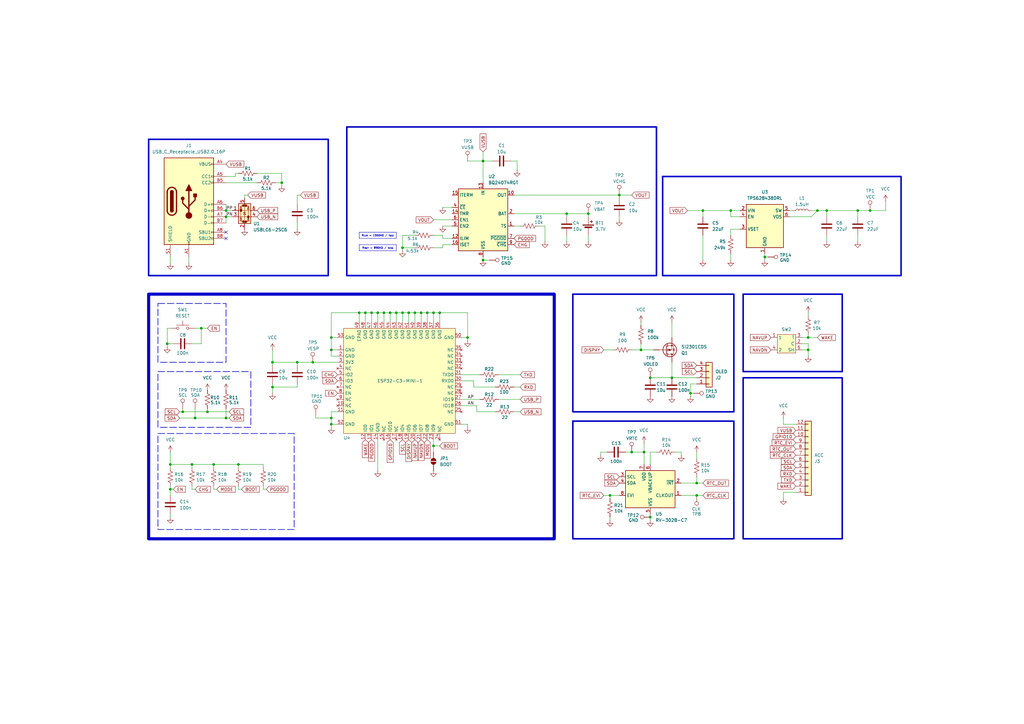
<source format=kicad_sch>
(kicad_sch (version 20250114) (generator "eeschema") (generator_version "9.0")
  (paper "A3")
  (title_block (title "uClock") (date "2026-02-21") (rev "1 v0.3") (company "Hamtronics Lab") (comment 2 "Description: Ultra-precise handheld digital clock, Powered by ESP32-C3") (comment 3 "Author: Sirio Guy"))
  (rectangle (start 304.8 120.65) (end 345.44 152.4) (stroke (width 0.635)))
  (rectangle (start 64.77 177.8) (end 120.65 217.17) (stroke (width 0.254) (type dash)))
  (rectangle (start 64.77 152.4) (end 102.87 175.26) (stroke (width 0.254) (type dash)))
  (rectangle (start 304.8 154.94) (end 345.44 220.98) (stroke (width 0.635)))
  (rectangle (start 60.96 57.15) (end 134.62 113.03) (stroke (width 0.635)))
  (rectangle (start 64.77 124.46) (end 92.71 148.59) (stroke (width 0.254) (type dash)))
  (rectangle (start 234.95 120.65) (end 300.99 168.91) (stroke (width 0.635)))
  (rectangle (start 234.95 172.72) (end 300.99 220.98) (stroke (width 0.635)))
  (rectangle (start 142.24 52.07) (end 269.24 113.03) (stroke (width 0.635)))
  (rectangle (start 271.78 72.39) (end 369.57 113.03) (stroke (width 0.635)))
  (rectangle (start 60.96 120.65) (end 227.33 220.98) (stroke (width 1.27)))
  (text_box "R_{ILIM} = 1550AΩ / I_{MAX}" (at 147.32 95.25 0) (size 15.24 2.54) (margins 0.9525 0.9525 0.9525 0.9525) (effects (font (size 0.762 0.762))))
  (text_box "R_{ISET} = 890AΩ / I_{CHG}" (at 147.32 100.33 0) (size 15.24 2.54) (margins 0.9525 0.9525 0.9525 0.9525) (effects (font (size 0.762 0.762))))
  (junction (at 68.58 140.97))
  (junction (at 128.27 148.59))
  (junction (at 266.7 212.09))
  (junction (at 69.85 200.66))
  (junction (at 299.72 86.36))
  (junction (at 288.29 86.36))
  (junction (at 135.89 171.45))
  (junction (at 198.12 106.68))
  (junction (at 135.89 173.99))
  (junction (at 92.71 86.36))
  (junction (at 250.19 203.2))
  (junction (at 160.02 128.27))
  (junction (at 87.63 190.5))
  (junction (at 264.16 185.42))
  (junction (at 111.76 148.59))
  (junction (at 313.69 105.41))
  (junction (at 157.48 128.27))
  (junction (at 266.7 154.94))
  (junction (at 80.01 171.45))
  (junction (at 165.1 128.27))
  (junction (at 149.86 128.27))
  (junction (at 198.12 66.04))
  (junction (at 241.3 87.63))
  (junction (at 285.75 198.12))
  (junction (at 135.89 143.51))
  (junction (at 154.94 128.27))
  (junction (at 92.71 171.45))
  (junction (at 167.64 128.27))
  (junction (at 147.32 128.27))
  (junction (at 191.77 138.43))
  (junction (at 170.18 128.27))
  (junction (at 152.4 128.27))
  (junction (at 69.85 190.5))
  (junction (at 115.57 74.93))
  (junction (at 262.89 143.51))
  (junction (at 175.26 128.27))
  (junction (at 351.79 86.36))
  (junction (at 121.92 148.59))
  (junction (at 74.93 168.91))
  (junction (at 283.21 161.29))
  (junction (at 285.75 203.2))
  (junction (at 180.34 128.27))
  (junction (at 135.89 138.43))
  (junction (at 339.09 86.36))
  (junction (at 172.72 128.27))
  (junction (at 177.8 182.88))
  (junction (at 177.8 128.27))
  (junction (at 335.28 86.36))
  (junction (at 165.1 101.6))
  (junction (at 85.09 168.91))
  (junction (at 254 80.01))
  (junction (at 97.79 190.5))
  (junction (at 82.55 134.62))
  (junction (at 331.47 143.51))
  (junction (at 331.47 138.43))
  (junction (at 162.56 128.27))
  (junction (at 356.87 86.36))
  (junction (at 111.76 158.75))
  (junction (at 232.41 87.63))
  (junction (at 259.08 185.42))
  (junction (at 78.74 190.5))
  (junction (at 275.59 154.94))
  (junction (at 92.71 88.9))
  (no_connect (at 92.71 97.79))
  (no_connect (at 92.71 95.25))
  (wire (pts (xy 198.12 106.68) (xy 200.66 106.68)))
  (wire (pts (xy 254 81.28) (xy 254 80.01)))
  (wire (pts (xy 135.89 146.05) (xy 138.43 146.05)))
  (wire (pts (xy 259.08 80.01) (xy 254 80.01)))
  (wire (pts (xy 323.85 88.9) (xy 332.74 88.9)))
  (wire (pts (xy 160.02 128.27) (xy 162.56 128.27)))
  (wire (pts (xy 288.29 203.2) (xy 285.75 203.2)))
  (wire (pts (xy 177.8 185.42) (xy 177.8 182.88)))
  (wire (pts (xy 154.94 193.04) (xy 154.94 180.34)))
  (wire (pts (xy 121.92 93.98) (xy 121.92 91.44)))
  (wire (pts (xy 194.31 156.21) (xy 189.23 156.21)))
  (wire (pts (xy 210.82 92.71) (xy 213.36 92.71)))
  (wire (pts (xy 339.09 86.36) (xy 351.79 86.36)))
  (wire (pts (xy 285.75 198.12) (xy 288.29 198.12)))
  (wire (pts (xy 165.1 128.27) (xy 167.64 128.27)))
  (wire (pts (xy 78.74 200.66) (xy 80.01 200.66)))
  (wire (pts (xy 177.8 90.17) (xy 185.42 90.17)))
  (wire (pts (xy 264.16 190.5) (xy 264.16 185.42)))
  (wire (pts (xy 279.4 185.42) (xy 279.4 186.69)))
  (wire (pts (xy 283.21 162.56) (xy 283.21 161.29)))
  (wire (pts (xy 167.64 128.27) (xy 170.18 128.27)))
  (wire (pts (xy 213.36 163.83) (xy 204.47 163.83)))
  (wire (pts (xy 73.66 168.91) (xy 74.93 168.91)))
  (wire (pts (xy 266.7 190.5) (xy 266.7 185.42)))
  (wire (pts (xy 135.89 171.45) (xy 135.89 173.99)))
  (wire (pts (xy 328.93 138.43) (xy 331.47 138.43)))
  (wire (pts (xy 363.22 86.36) (xy 363.22 82.55)))
  (wire (pts (xy 250.19 203.2) (xy 254 203.2)))
  (wire (pts (xy 250.19 213.36) (xy 250.19 212.09)))
  (wire (pts (xy 275.59 132.08) (xy 275.59 138.43)))
  (wire (pts (xy 264.16 185.42) (xy 259.08 185.42)))
  (wire (pts (xy 283.21 161.29) (xy 283.21 157.48)))
  (wire (pts (xy 121.92 80.01) (xy 123.19 80.01)))
  (wire (pts (xy 97.79 200.66) (xy 99.06 200.66)))
  (wire (pts (xy 78.74 199.39) (xy 78.74 200.66)))
  (wire (pts (xy 303.53 88.9) (xy 299.72 88.9)))
  (wire (pts (xy 71.12 200.66) (xy 69.85 200.66)))
  (wire (pts (xy 97.79 190.5) (xy 97.79 191.77)))
  (wire (pts (xy 68.58 134.62) (xy 68.58 140.97)))
  (wire (pts (xy 135.89 143.51) (xy 138.43 143.51)))
  (wire (pts (xy 288.29 86.36) (xy 288.29 88.9)))
  (wire (pts (xy 246.38 186.69) (xy 246.38 185.42)))
  (wire (pts (xy 92.71 171.45) (xy 93.98 171.45)))
  (wire (pts (xy 262.89 132.08) (xy 262.89 133.35)))
  (wire (pts (xy 212.09 69.85) (xy 212.09 66.04)))
  (wire (pts (xy 111.76 149.86) (xy 111.76 148.59)))
  (wire (pts (xy 111.76 161.29) (xy 111.76 158.75)))
  (wire (pts (xy 331.47 129.54) (xy 331.47 128.27)))
  (wire (pts (xy 210.82 168.91) (xy 213.36 168.91)))
  (wire (pts (xy 259.08 143.51) (xy 262.89 143.51)))
  (wire (pts (xy 279.4 198.12) (xy 285.75 198.12)))
  (wire (pts (xy 356.87 86.36) (xy 363.22 86.36)))
  (wire (pts (xy 210.82 87.63) (xy 232.41 87.63)))
  (wire (pts (xy 299.72 88.9) (xy 299.72 86.36)))
  (wire (pts (xy 254 88.9) (xy 254 90.17)))
  (wire (pts (xy 80.01 171.45) (xy 92.71 171.45)))
  (wire (pts (xy 107.95 190.5) (xy 107.95 191.77)))
  (wire (pts (xy 113.03 74.93) (xy 115.57 74.93)))
  (wire (pts (xy 299.72 86.36) (xy 288.29 86.36)))
  (wire (pts (xy 74.93 167.64) (xy 74.93 168.91)))
  (wire (pts (xy 314.96 105.41) (xy 313.69 105.41)))
  (wire (pts (xy 175.26 128.27) (xy 175.26 132.08)))
  (wire (pts (xy 80.01 134.62) (xy 82.55 134.62)))
  (wire (pts (xy 95.25 88.9) (xy 92.71 88.9)))
  (wire (pts (xy 299.72 106.68) (xy 299.72 104.14)))
  (wire (pts (xy 331.47 138.43) (xy 335.28 138.43)))
  (wire (pts (xy 165.1 102.87) (xy 165.1 101.6)))
  (wire (pts (xy 69.85 185.42) (xy 69.85 190.5)))
  (wire (pts (xy 170.18 128.27) (xy 170.18 132.08)))
  (wire (pts (xy 147.32 128.27) (xy 147.32 132.08)))
  (wire (pts (xy 135.89 143.51) (xy 135.89 138.43)))
  (wire (pts (xy 129.54 170.18) (xy 129.54 171.45)))
  (wire (pts (xy 69.85 190.5) (xy 78.74 190.5)))
  (wire (pts (xy 175.26 128.27) (xy 177.8 128.27)))
  (wire (pts (xy 78.74 190.5) (xy 78.74 191.77)))
  (wire (pts (xy 129.54 171.45) (xy 135.89 171.45)))
  (wire (pts (xy 80.01 167.64) (xy 80.01 171.45)))
  (wire (pts (xy 95.25 86.36) (xy 92.71 86.36)))
  (wire (pts (xy 180.34 128.27) (xy 180.34 132.08)))
  (wire (pts (xy 135.89 168.91) (xy 135.89 171.45)))
  (wire (pts (xy 321.31 204.47) (xy 321.31 201.93)))
  (wire (pts (xy 351.79 86.36) (xy 356.87 86.36)))
  (wire (pts (xy 157.48 128.27) (xy 160.02 128.27)))
  (wire (pts (xy 321.31 173.99) (xy 326.39 173.99)))
  (wire (pts (xy 121.92 158.75) (xy 111.76 158.75)))
  (wire (pts (xy 285.75 203.2) (xy 279.4 203.2)))
  (wire (pts (xy 203.2 158.75) (xy 194.31 158.75)))
  (wire (pts (xy 115.57 74.93) (xy 115.57 76.2)))
  (wire (pts (xy 250.19 204.47) (xy 250.19 203.2)))
  (wire (pts (xy 160.02 128.27) (xy 160.02 132.08)))
  (wire (pts (xy 275.59 148.59) (xy 275.59 154.94)))
  (wire (pts (xy 210.82 80.01) (xy 254 80.01)))
  (wire (pts (xy 185.42 85.09) (xy 181.61 85.09)))
  (wire (pts (xy 276.86 185.42) (xy 279.4 185.42)))
  (wire (pts (xy 147.32 128.27) (xy 149.86 128.27)))
  (wire (pts (xy 135.89 173.99) (xy 138.43 173.99)))
  (wire (pts (xy 100.33 81.28) (xy 100.33 80.01)))
  (wire (pts (xy 232.41 87.63) (xy 232.41 88.9)))
  (wire (pts (xy 339.09 86.36) (xy 339.09 88.9)))
  (wire (pts (xy 121.92 149.86) (xy 121.92 148.59)))
  (wire (pts (xy 303.53 86.36) (xy 299.72 86.36)))
  (wire (pts (xy 87.63 190.5) (xy 97.79 190.5)))
  (wire (pts (xy 107.95 200.66) (xy 107.95 199.39)))
  (wire (pts (xy 154.94 128.27) (xy 157.48 128.27)))
  (wire (pts (xy 191.77 138.43) (xy 191.77 128.27)))
  (wire (pts (xy 97.79 190.5) (xy 107.95 190.5)))
  (wire (pts (xy 69.85 199.39) (xy 69.85 200.66)))
  (wire (pts (xy 111.76 158.75) (xy 111.76 157.48)))
  (wire (pts (xy 111.76 143.51) (xy 111.76 148.59)))
  (wire (pts (xy 328.93 143.51) (xy 331.47 143.51)))
  (wire (pts (xy 191.77 175.26) (xy 191.77 173.99)))
  (wire (pts (xy 105.41 71.12) (xy 115.57 71.12)))
  (wire (pts (xy 128.27 148.59) (xy 138.43 148.59)))
  (wire (pts (xy 92.71 88.9) (xy 92.71 91.44)))
  (wire (pts (xy 321.31 201.93) (xy 326.39 201.93)))
  (wire (pts (xy 247.65 143.51) (xy 251.46 143.51)))
  (wire (pts (xy 172.72 128.27) (xy 172.72 132.08)))
  (wire (pts (xy 177.8 96.52) (xy 181.61 96.52)))
  (wire (pts (xy 191.77 138.43) (xy 189.23 138.43)))
  (wire (pts (xy 121.92 148.59) (xy 128.27 148.59)))
  (wire (pts (xy 313.69 106.68) (xy 313.69 105.41)))
  (wire (pts (xy 177.8 182.88) (xy 177.8 180.34)))
  (wire (pts (xy 241.3 87.63) (xy 241.3 88.9)))
  (wire (pts (xy 162.56 128.27) (xy 165.1 128.27)))
  (wire (pts (xy 331.47 146.05) (xy 331.47 143.51)))
  (wire (pts (xy 172.72 128.27) (xy 175.26 128.27)))
  (wire (pts (xy 181.61 92.71) (xy 185.42 92.71)))
  (wire (pts (xy 177.8 128.27) (xy 180.34 128.27)))
  (wire (pts (xy 313.69 105.41) (xy 313.69 104.14)))
  (wire (pts (xy 78.74 140.97) (xy 82.55 140.97)))
  (wire (pts (xy 325.12 86.36) (xy 323.85 86.36)))
  (wire (pts (xy 111.76 148.59) (xy 121.92 148.59)))
  (wire (pts (xy 266.7 213.36) (xy 266.7 212.09)))
  (wire (pts (xy 135.89 138.43) (xy 135.89 128.27)))
  (wire (pts (xy 152.4 128.27) (xy 154.94 128.27)))
  (wire (pts (xy 177.8 101.6) (xy 181.61 101.6)))
  (wire (pts (xy 351.79 86.36) (xy 351.79 88.9)))
  (wire (pts (xy 331.47 143.51) (xy 331.47 140.97)))
  (wire (pts (xy 275.59 154.94) (xy 285.75 154.94)))
  (wire (pts (xy 154.94 128.27) (xy 154.94 132.08)))
  (wire (pts (xy 170.18 128.27) (xy 172.72 128.27)))
  (wire (pts (xy 331.47 138.43) (xy 331.47 137.16)))
  (wire (pts (xy 247.65 203.2) (xy 250.19 203.2)))
  (wire (pts (xy 177.8 128.27) (xy 177.8 132.08)))
  (wire (pts (xy 69.85 105.41) (xy 69.85 107.95)))
  (wire (pts (xy 165.1 101.6) (xy 170.18 101.6)))
  (wire (pts (xy 351.79 99.06) (xy 351.79 96.52)))
  (wire (pts (xy 264.16 181.61) (xy 264.16 185.42)))
  (wire (pts (xy 285.75 198.12) (xy 285.75 195.58)))
  (wire (pts (xy 85.09 167.64) (xy 85.09 168.91)))
  (wire (pts (xy 181.61 100.33) (xy 185.42 100.33)))
  (wire (pts (xy 73.66 171.45) (xy 80.01 171.45)))
  (wire (pts (xy 135.89 168.91) (xy 138.43 168.91)))
  (wire (pts (xy 180.34 182.88) (xy 177.8 182.88)))
  (wire (pts (xy 266.7 212.09) (xy 266.7 210.82)))
  (wire (pts (xy 198.12 66.04) (xy 201.93 66.04)))
  (wire (pts (xy 259.08 185.42) (xy 256.54 185.42)))
  (wire (pts (xy 97.79 200.66) (xy 97.79 199.39)))
  (wire (pts (xy 167.64 128.27) (xy 167.64 132.08)))
  (wire (pts (xy 181.61 101.6) (xy 181.61 100.33)))
  (wire (pts (xy 232.41 96.52) (xy 232.41 99.06)))
  (wire (pts (xy 246.38 185.42) (xy 248.92 185.42)))
  (wire (pts (xy 121.92 80.01) (xy 121.92 83.82)))
  (wire (pts (xy 85.09 134.62) (xy 82.55 134.62)))
  (wire (pts (xy 68.58 134.62) (xy 69.85 134.62)))
  (wire (pts (xy 198.12 62.23) (xy 198.12 66.04)))
  (wire (pts (xy 198.12 106.68) (xy 198.12 105.41)))
  (wire (pts (xy 149.86 128.27) (xy 149.86 132.08)))
  (wire (pts (xy 87.63 200.66) (xy 87.63 199.39)))
  (wire (pts (xy 181.61 96.52) (xy 181.61 97.79)))
  (wire (pts (xy 135.89 173.99) (xy 135.89 175.26)))
  (wire (pts (xy 191.77 66.04) (xy 198.12 66.04)))
  (wire (pts (xy 135.89 138.43) (xy 138.43 138.43)))
  (wire (pts (xy 92.71 167.64) (xy 92.71 171.45)))
  (wire (pts (xy 85.09 168.91) (xy 93.98 168.91)))
  (wire (pts (xy 288.29 106.68) (xy 288.29 96.52)))
  (wire (pts (xy 223.52 92.71) (xy 223.52 99.06)))
  (wire (pts (xy 220.98 92.71) (xy 223.52 92.71)))
  (wire (pts (xy 198.12 74.93) (xy 198.12 66.04)))
  (wire (pts (xy 69.85 200.66) (xy 69.85 203.2)))
  (wire (pts (xy 92.71 83.82) (xy 92.71 86.36)))
  (wire (pts (xy 74.93 168.91) (xy 85.09 168.91)))
  (wire (pts (xy 241.3 99.06) (xy 241.3 96.52)))
  (wire (pts (xy 191.77 139.7) (xy 191.77 138.43)))
  (wire (pts (xy 285.75 185.42) (xy 285.75 187.96)))
  (wire (pts (xy 266.7 185.42) (xy 269.24 185.42)))
  (wire (pts (xy 191.77 128.27) (xy 180.34 128.27)))
  (wire (pts (xy 121.92 157.48) (xy 121.92 158.75)))
  (wire (pts (xy 162.56 128.27) (xy 162.56 132.08)))
  (wire (pts (xy 281.94 86.36) (xy 288.29 86.36)))
  (wire (pts (xy 96.52 71.12) (xy 97.79 71.12)))
  (wire (pts (xy 196.85 153.67) (xy 189.23 153.67)))
  (wire (pts (xy 210.82 158.75) (xy 213.36 158.75)))
  (wire (pts (xy 135.89 146.05) (xy 135.89 143.51)))
  (wire (pts (xy 196.85 163.83) (xy 189.23 163.83)))
  (wire (pts (xy 170.18 96.52) (xy 165.1 96.52)))
  (wire (pts (xy 149.86 128.27) (xy 152.4 128.27)))
  (wire (pts (xy 165.1 128.27) (xy 165.1 132.08)))
  (wire (pts (xy 135.89 128.27) (xy 147.32 128.27)))
  (wire (pts (xy 213.36 153.67) (xy 204.47 153.67)))
  (wire (pts (xy 332.74 86.36) (xy 335.28 86.36)))
  (wire (pts (xy 107.95 200.66) (xy 109.22 200.66)))
  (wire (pts (xy 181.61 97.79) (xy 185.42 97.79)))
  (wire (pts (xy 283.21 157.48) (xy 285.75 157.48)))
  (wire (pts (xy 87.63 190.5) (xy 87.63 191.77)))
  (wire (pts (xy 77.47 105.41) (xy 77.47 107.95)))
  (wire (pts (xy 203.2 168.91) (xy 195.58 168.91)))
  (wire (pts (xy 165.1 96.52) (xy 165.1 101.6)))
  (wire (pts (xy 195.58 166.37) (xy 189.23 166.37)))
  (wire (pts (xy 115.57 71.12) (xy 115.57 74.93)))
  (wire (pts (xy 299.72 93.98) (xy 303.53 93.98)))
  (wire (pts (xy 87.63 200.66) (xy 88.9 200.66)))
  (wire (pts (xy 232.41 87.63) (xy 241.3 87.63)))
  (wire (pts (xy 212.09 66.04) (xy 209.55 66.04)))
  (wire (pts (xy 335.28 86.36) (xy 339.09 86.36)))
  (wire (pts (xy 96.52 71.12) (xy 96.52 72.39)))
  (wire (pts (xy 69.85 190.5) (xy 69.85 191.77)))
  (wire (pts (xy 262.89 140.97) (xy 262.89 143.51)))
  (wire (pts (xy 266.7 154.94) (xy 275.59 154.94)))
  (wire (pts (xy 68.58 140.97) (xy 71.12 140.97)))
  (wire (pts (xy 262.89 143.51) (xy 267.97 143.51)))
  (wire (pts (xy 339.09 99.06) (xy 339.09 96.52)))
  (wire (pts (xy 152.4 128.27) (xy 152.4 132.08)))
  (wire (pts (xy 92.71 74.93) (xy 105.41 74.93)))
  (wire (pts (xy 69.85 210.82) (xy 69.85 212.09)))
  (wire (pts (xy 332.74 88.9) (xy 335.28 86.36)))
  (wire (pts (xy 194.31 158.75) (xy 194.31 156.21)))
  (wire (pts (xy 78.74 190.5) (xy 87.63 190.5)))
  (wire (pts (xy 157.48 128.27) (xy 157.48 132.08)))
  (wire (pts (xy 321.31 171.45) (xy 321.31 173.99)))
  (wire (pts (xy 195.58 168.91) (xy 195.58 166.37)))
  (wire (pts (xy 68.58 142.24) (xy 68.58 140.97)))
  (wire (pts (xy 82.55 140.97) (xy 82.55 134.62)))
  (wire (pts (xy 100.33 80.01) (xy 101.6 80.01)))
  (wire (pts (xy 284.48 161.29) (xy 283.21 161.29)))
  (wire (pts (xy 96.52 72.39) (xy 92.71 72.39)))
  (wire (pts (xy 191.77 173.99) (xy 189.23 173.99)))
  (wire (pts (xy 299.72 96.52) (xy 299.72 93.98)))
  (wire (pts (xy 328.93 140.97) (xy 331.47 140.97)))
  (label "AN" (at 191.77 166.37 0))
  (label "AP" (at 191.77 163.83 0))
  (label "PP" (at 92.71 86.36 0))
  (label "PN" (at 92.71 88.9 0))
  (global_label "VOUT" (shape input) (at 281.94 86.36 180) (property "Intersheetrefs" "${INTERSHEET_REFS}" (effects (hide yes))))
  (global_label "RTC_EVI" (shape input) (at 326.39 181.61 180) (property "Intersheetrefs" "${INTERSHEET_REFS}" (effects (hide yes))))
  (global_label "SDA" (shape input) (at 326.39 191.77 180) (property "Intersheetrefs" "${INTERSHEET_REFS}" (effects (hide yes))))
  (global_label "VUSB" (shape input) (at 123.19 80.01 0) (property "Intersheetrefs" "${INTERSHEET_REFS}" (effects (hide yes))))
  (global_label "WAKE" (shape input) (at 149.86 180.34 270) (property "Intersheetrefs" "${INTERSHEET_REFS}" (effects (hide yes))))
  (global_label "PGOOD" (shape input) (at 109.22 200.66 0) (property "Intersheetrefs" "${INTERSHEET_REFS}" (effects (hide yes))))
  (global_label "SCL" (shape input) (at 254 195.58 180) (property "Intersheetrefs" "${INTERSHEET_REFS}" (effects (hide yes))))
  (global_label "GPIO10" (shape input) (at 160.02 180.34 270) (property "Intersheetrefs" "${INTERSHEET_REFS}" (effects (hide yes))))
  (global_label "RTC_EVI" (shape input) (at 247.65 203.2 180) (property "Intersheetrefs" "${INTERSHEET_REFS}" (effects (hide yes))))
  (global_label "VUSB" (shape input) (at 92.71 67.31 0) (property "Intersheetrefs" "${INTERSHEET_REFS}" (effects (hide yes))))
  (global_label "PGOOD" (shape input) (at 210.82 97.79 0) (property "Intersheetrefs" "${INTERSHEET_REFS}" (effects (hide yes))))
  (global_label "TXD" (shape input) (at 213.36 153.67 0) (property "Intersheetrefs" "${INTERSHEET_REFS}" (effects (hide yes))))
  (global_label "USB_N" (shape input) (at 213.36 168.91 0) (property "Intersheetrefs" "${INTERSHEET_REFS}" (effects (hide yes))))
  (global_label "RTC_CLK" (shape input) (at 326.39 186.69 180) (property "Intersheetrefs" "${INTERSHEET_REFS}" (effects (hide yes))))
  (global_label "VUSB" (shape input) (at 101.6 80.01 0) (property "Intersheetrefs" "${INTERSHEET_REFS}" (effects (hide yes))))
  (global_label "WAKE" (shape input) (at 335.28 138.43 0) (property "Intersheetrefs" "${INTERSHEET_REFS}" (effects (hide yes))))
  (global_label "NAVUP" (shape input) (at 170.18 180.34 270) (property "Intersheetrefs" "${INTERSHEET_REFS}" (effects (hide yes))))
  (global_label "SCL" (shape input) (at 93.98 168.91 0) (property "Intersheetrefs" "${INTERSHEET_REFS}" (effects (hide yes))))
  (global_label "WAKE" (shape input) (at 326.39 199.39 180) (property "Intersheetrefs" "${INTERSHEET_REFS}" (effects (hide yes))))
  (global_label "DISPAY" (shape input) (at 247.65 143.51 180) (property "Intersheetrefs" "${INTERSHEET_REFS}" (effects (hide yes))))
  (global_label "RTC_OUT" (shape input) (at 288.29 198.12 0) (property "Intersheetrefs" "${INTERSHEET_REFS}" (effects (hide yes))))
  (global_label "SDA" (shape input) (at 138.43 156.21 180) (property "Intersheetrefs" "${INTERSHEET_REFS}" (effects (hide yes))))
  (global_label "VOUT" (shape input) (at 177.8 90.17 180) (property "Intersheetrefs" "${INTERSHEET_REFS}" (effects (hide yes))))
  (global_label "USB_P" (shape input) (at 105.41 86.36 0) (property "Intersheetrefs" "${INTERSHEET_REFS}" (effects (hide yes))))
  (global_label "SCL" (shape input) (at 165.1 180.34 270) (property "Intersheetrefs" "${INTERSHEET_REFS}" (effects (hide yes))))
  (global_label "USB_P" (shape input) (at 213.36 163.83 0) (property "Intersheetrefs" "${INTERSHEET_REFS}" (effects (hide yes))))
  (global_label "CHG" (shape input) (at 138.43 153.67 180) (property "Intersheetrefs" "${INTERSHEET_REFS}" (effects (hide yes))))
  (global_label "PGOOD" (shape input) (at 152.4 180.34 270) (property "Intersheetrefs" "${INTERSHEET_REFS}" (effects (hide yes))))
  (global_label "SCL" (shape input) (at 73.66 168.91 180) (property "Intersheetrefs" "${INTERSHEET_REFS}" (effects (hide yes))))
  (global_label "SCL" (shape input) (at 285.75 152.4 180) (property "Intersheetrefs" "${INTERSHEET_REFS}" (effects (hide yes))))
  (global_label "EN" (shape input) (at 71.12 200.66 0) (property "Intersheetrefs" "${INTERSHEET_REFS}" (effects (hide yes))))
  (global_label "SDA" (shape input) (at 254 198.12 180) (property "Intersheetrefs" "${INTERSHEET_REFS}" (effects (hide yes))))
  (global_label "MODE" (shape input) (at 88.9 200.66 0) (property "Intersheetrefs" "${INTERSHEET_REFS}" (effects (hide yes))))
  (global_label "BOOT" (shape input) (at 180.34 182.88 0) (property "Intersheetrefs" "${INTERSHEET_REFS}" (effects (hide yes))))
  (global_label "VOUT" (shape input) (at 259.08 80.01 0) (property "Intersheetrefs" "${INTERSHEET_REFS}" (effects (hide yes))))
  (global_label "EN" (shape input) (at 85.09 134.62 0) (property "Intersheetrefs" "${INTERSHEET_REFS}" (effects (hide yes))))
  (global_label "GPIO10" (shape input) (at 326.39 179.07 180) (property "Intersheetrefs" "${INTERSHEET_REFS}" (effects (hide yes))))
  (global_label "NAVDN" (shape input) (at 172.72 180.34 270) (property "Intersheetrefs" "${INTERSHEET_REFS}" (effects (hide yes))))
  (global_label "RXD" (shape input) (at 326.39 194.31 180) (property "Intersheetrefs" "${INTERSHEET_REFS}" (effects (hide yes))))
  (global_label "USB_N" (shape input) (at 105.41 88.9 0) (property "Intersheetrefs" "${INTERSHEET_REFS}" (effects (hide yes))))
  (global_label "MODE" (shape input) (at 175.26 180.34 270) (property "Intersheetrefs" "${INTERSHEET_REFS}" (effects (hide yes))))
  (global_label "TXD" (shape input) (at 326.39 196.85 180) (property "Intersheetrefs" "${INTERSHEET_REFS}" (effects (hide yes))))
  (global_label "RTC_OUT" (shape input) (at 326.39 184.15 180) (property "Intersheetrefs" "${INTERSHEET_REFS}" (effects (hide yes))))
  (global_label "RXD" (shape input) (at 213.36 158.75 0) (property "Intersheetrefs" "${INTERSHEET_REFS}" (effects (hide yes))))
  (global_label "SCL" (shape input) (at 326.39 189.23 180) (property "Intersheetrefs" "${INTERSHEET_REFS}" (effects (hide yes))))
  (global_label "CHG" (shape input) (at 210.82 100.33 0) (property "Intersheetrefs" "${INTERSHEET_REFS}" (effects (hide yes))))
  (global_label "SDA" (shape input) (at 73.66 171.45 180) (property "Intersheetrefs" "${INTERSHEET_REFS}" (effects (hide yes))))
  (global_label "NAVDN" (shape input) (at 316.23 143.51 180) (property "Intersheetrefs" "${INTERSHEET_REFS}" (effects (hide yes))))
  (global_label "NAVUP" (shape input) (at 316.23 138.43 180) (property "Intersheetrefs" "${INTERSHEET_REFS}" (effects (hide yes))))
  (global_label "RTC_CLK" (shape input) (at 288.29 203.2 0) (property "Intersheetrefs" "${INTERSHEET_REFS}" (effects (hide yes))))
  (global_label "SDA" (shape input) (at 285.75 149.86 180) (property "Intersheetrefs" "${INTERSHEET_REFS}" (effects (hide yes))))
  (global_label "EN" (shape input) (at 138.43 161.29 180) (property "Intersheetrefs" "${INTERSHEET_REFS}" (effects (hide yes))))
  (global_label "BOOT" (shape input) (at 99.06 200.66 0) (property "Intersheetrefs" "${INTERSHEET_REFS}" (effects (hide yes))))
  (global_label "VUSB" (shape input) (at 198.12 62.23 90) (property "Intersheetrefs" "${INTERSHEET_REFS}" (effects (hide yes))))
  (global_label "SDA" (shape input) (at 93.98 171.45 0) (property "Intersheetrefs" "${INTERSHEET_REFS}" (effects (hide yes))))
  (global_label "CHG" (shape input) (at 80.01 200.66 0) (property "Intersheetrefs" "${INTERSHEET_REFS}" (effects (hide yes))))
  (global_label "VUSB" (shape input) (at 326.39 176.53 180) (property "Intersheetrefs" "${INTERSHEET_REFS}" (effects (hide yes))))
  (global_label "DISPAY" (shape input) (at 167.64 180.34 270) (property "Intersheetrefs" "${INTERSHEET_REFS}" (effects (hide yes))))
  (symbol (lib_id "power:GND") (at 266.7 213.36 0) (unit 1)
    (property "Reference" "#PWR045" (effects (hide yes)))
    (property "Value" "GND" (effects (hide yes)))
    (property "Description" "Power symbol creates a global label with name \"GND\" , ground" (effects (hide yes)))
  )
  (symbol (lib_id "Device:C") (at 351.79 92.71 0) (unit 1)
    (property "Reference" "C7" (at 355.6 91.4399 0) (effects (justify left)))
    (property "Value" "22uF" (at 355.6 93.9799 0) (effects (justify left)))
    (property "Footprint" "Capacitor_SMD:C_0805_2012Metric" (effects (hide yes)))
    (property "Description" "Unpolarized capacitor" (effects (hide yes)))
    (property "LCSC" "C907991" (effects (hide yes)))
  )
  (symbol (lib_id "power:GND") (at 223.52 99.06 0) (unit 1)
    (property "Reference" "#PWR09" (effects (hide yes)))
    (property "Value" "GND" (effects (hide yes)))
    (property "Description" "Power symbol creates a global label with name \"GND\" , ground" (effects (hide yes)))
  )
  (symbol (lib_id "power:VCC") (at 111.76 143.51 0) (unit 1)
    (property "Reference" "#PWR026" (effects (hide yes)))
    (property "Value" "VCC" (at 111.76 138.43 0))
    (property "Description" "Power symbol creates a global label with name \"VCC\"" (effects (hide yes)))
  )
  (symbol (lib_id "power:GND") (at 177.8 193.04 0) (unit 1)
    (property "Reference" "#PWR042" (effects (hide yes)))
    (property "Value" "GND" (effects (hide yes)))
    (property "Description" "Power symbol creates a global label with name \"GND\" , ground" (effects (hide yes)))
  )
  (symbol (lib_id "Connector:TestPoint") (at 241.3 87.63 0) (unit 1)
    (property "Reference" "TP4" (at 243.84 83.312 0) (effects (justify left)))
    (property "Value" "VBAT" (at 243.586 85.852 0) (effects (justify left)))
    (property "Footprint" "TestPoint:TestPoint_Pad_D1.0mm" (effects (hide yes)))
    (property "Description" "test point" (effects (hide yes)))
  )
  (symbol (lib_id "Device:C") (at 69.85 207.01 0) (unit 1)
    (property "Reference" "C14" (at 73.66 205.7399 0) (effects (justify left)))
    (property "Value" "100n" (at 73.66 208.2799 0) (effects (justify left)))
    (property "Footprint" "Capacitor_SMD:C_0603_1608Metric" (effects (hide yes)))
    (property "Description" "Unpolarized capacitor" (effects (hide yes)))
    (property "LCSC" "C14663" (effects (hide yes)))
  )
  (symbol (lib_id "power:GND") (at 68.58 142.24 0) (unit 1)
    (property "Reference" "#PWR025" (effects (hide yes)))
    (property "Value" "GND" (effects (hide yes)))
    (property "Description" "Power symbol creates a global label with name \"GND\" , ground" (effects (hide yes)))
  )
  (symbol (lib_id "Device:R_US") (at 200.66 163.83 90) (unit 1)
    (property "Reference" "R12" (at 200.66 161.798 90))
    (property "Value" "22" (at 200.66 166.116 90))
    (property "Footprint" "Resistor_SMD:R_0603_1608Metric" (effects (hide yes)))
    (property "Description" "Resistor, US symbol" (effects (hide yes)))
    (property "LCSC" "C23345" (effects (hide yes)))
  )
  (symbol (lib_id "power:VCC") (at 69.85 185.42 0) (unit 1)
    (property "Reference" "#PWR037" (effects (hide yes)))
    (property "Value" "VCC" (at 69.85 180.34 0))
    (property "Description" "Power symbol creates a global label with name \"VCC\"" (effects (hide yes)))
  )
  (symbol (lib_id "Device:R_US") (at 173.99 101.6 90) (unit 1)
    (property "Reference" "R6" (at 170.434 100.33 90))
    (property "Value" "4.53k" (at 169.164 102.87 90))
    (property "Footprint" "Resistor_SMD:R_0603_1608Metric" (effects (hide yes)))
    (property "Description" "Resistor, US symbol" (effects (hide yes)))
    (property "LCSC" "C25971" (effects (hide yes)))
  )
  (symbol (lib_id "Device:C") (at 232.41 92.71 0) (unit 1)
    (property "Reference" "C4" (at 234.95 91.44 0) (effects (justify left)))
    (property "Value" "10u" (at 234.95 93.98 0) (effects (justify left)))
    (property "Footprint" "Capacitor_SMD:C_0603_1608Metric" (effects (hide yes)))
    (property "Description" "Unpolarized capacitor" (effects (hide yes)))
    (property "LCSC" "C19702" (effects (hide yes)))
  )
  (symbol (lib_id "Device:R_US") (at 109.22 74.93 90) (unit 1)
    (property "Reference" "R2" (at 109.22 72.898 90))
    (property "Value" "5.1k" (at 109.22 77.216 90))
    (property "Footprint" "Resistor_SMD:R_0603_1608Metric" (effects (hide yes)))
    (property "Description" "Resistor, US symbol" (effects (hide yes)))
    (property "LCSC" "C23186" (effects (hide yes)))
  )
  (symbol (lib_id "Connector:USB_C_Receptacle_USB2.0_16P") (at 77.47 82.55 0) (unit 1)
    (property "Reference" "J1" (at 77.47 59.69 0))
    (property "Value" "USB_C_Receptacle_USB2.0_16P" (at 77.47 62.23 0))
    (property "Footprint" "Connector_USB:USB_C_Receptacle_GCT_USB4105-xx-A_16P_TopMnt_Horizontal" (effects (hide yes)))
    (property "Datasheet" "https://www.usb.org/sites/default/files/documents/usb_type-c.zip" (effects (hide yes)))
    (property "Description" "USB 2.0-only 16P Type-C Receptacle connector" (effects (hide yes)))
    (property "LCSC" "C2765186" (effects (hide yes)))
  )
  (symbol (lib_id "power:GND") (at 288.29 106.68 0) (unit 1)
    (property "Reference" "#PWR016" (effects (hide yes)))
    (property "Value" "GND" (effects (hide yes)))
    (property "Description" "Power symbol creates a global label with name \"GND\" , ground" (effects (hide yes)))
  )
  (symbol (lib_id "power:GND") (at 283.21 162.56 0) (unit 1)
    (property "Reference" "#PWR033" (effects (hide yes)))
    (property "Value" "GND" (effects (hide yes)))
    (property "Description" "Power symbol creates a global label with name \"GND\" , ground" (effects (hide yes)))
  )
  (symbol (lib_id "power:VCC") (at 285.75 185.42 0) (unit 1)
    (property "Reference" "#PWR038" (effects (hide yes)))
    (property "Value" "VCC" (at 285.75 180.34 0))
    (property "Description" "Power symbol creates a global label with name \"VCC\"" (effects (hide yes)))
  )
  (symbol (lib_id "Device:R_US") (at 331.47 133.35 0) (unit 1)
    (property "Reference" "R7" (at 335.026 132.334 0))
    (property "Value" "10k" (at 335.026 134.62 0))
    (property "Footprint" "Resistor_SMD:R_0603_1608Metric" (effects (hide yes)))
    (property "Description" "Resistor, US symbol" (effects (hide yes)))
    (property "LCSC" "C25804" (effects (hide yes)))
  )
  (symbol (lib_id "Device:R_US") (at 285.75 191.77 0) (unit 1)
    (property "Reference" "R15" (at 289.306 190.754 0))
    (property "Value" "10k" (at 289.306 193.04 0))
    (property "Footprint" "Resistor_SMD:R_0603_1608Metric" (effects (hide yes)))
    (property "Description" "Resistor, US symbol" (effects (hide yes)))
    (property "LCSC" "C25804" (effects (hide yes)))
  )
  (symbol (lib_id "power:VCC") (at 363.22 82.55 0) (unit 1)
    (property "Reference" "#PWR03" (effects (hide yes)))
    (property "Value" "VCC" (at 363.22 77.47 0))
    (property "Description" "Power symbol creates a global label with name \"VCC\"" (effects (hide yes)))
  )
  (symbol (lib_id "Timer_RTC:RV-3028-C7") (at 266.7 200.66 0) (unit 1)
    (property "Reference" "U5" (at 268.8433 210.82 0) (effects (justify left)))
    (property "Value" "RV-3028-C7" (at 268.8433 213.36 0) (effects (justify left)))
    (property "Footprint" "Package_SON:MicroCrystal_C7_SON-8_1.5x3.2mm_P0.9mm" (effects (hide yes)))
    (property "Datasheet" "https://www.microcrystal.com/fileadmin/Media/Products/RTC/Datasheet/RV-3028-C7.pdf" (effects (hide yes)))
    (property "Description" "Realtime Clock/Calendar I2C Interface, Extreme Low Power, 1.1 V to 5.5 V, MicroCrystal C7" (effects (hide yes)))
    (property "LCSC" "C3019759" (effects (hide yes)))
  )
  (symbol (lib_id "power:VCC") (at 85.09 160.02 0) (unit 1)
    (property "Reference" "#PWR028" (effects (hide yes)))
    (property "Value" "VCC" (at 85.09 154.94 0))
    (property "Description" "Power symbol creates a global label with name \"VCC\"" (effects (hide yes)))
  )
  (symbol (lib_id "local:K1-1511SA-01") (at 322.58 139.7 0) (unit 1)
    (property "Reference" "SW2" (at 322.58 135.128 0))
    (property "Footprint" "local:K1-1511SA-01" (effects (hide yes)))
    (property "LCSC" "C145907" (effects (hide yes)))
  )
  (symbol (lib_id "power:GND") (at 299.72 106.68 0) (unit 1)
    (property "Reference" "#PWR017" (effects (hide yes)))
    (property "Value" "GND" (effects (hide yes)))
    (property "Description" "Power symbol creates a global label with name \"GND\" , ground" (effects (hide yes)))
  )
  (symbol (lib_id "Device:R_US") (at 207.01 168.91 90) (unit 1)
    (property "Reference" "R13" (at 207.01 166.878 90))
    (property "Value" "22" (at 207.01 171.196 90))
    (property "Footprint" "Resistor_SMD:R_0603_1608Metric" (effects (hide yes)))
    (property "Description" "Resistor, US symbol" (effects (hide yes)))
    (property "LCSC" "C23345" (effects (hide yes)))
  )
  (symbol (lib_id "Connector:TestPoint") (at 284.48 161.29 270) (unit 1)
    (property "Reference" "TP13" (at 289.306 160.528 90) (effects (justify left)))
    (property "Value" "GND" (at 289.306 162.56 90) (effects (justify left)))
    (property "Footprint" "TestPoint:TestPoint_Pad_D1.0mm" (effects (hide yes)))
    (property "Description" "test point" (effects (hide yes)))
  )
  (symbol (lib_id "power:VCC") (at 275.59 132.08 0) (unit 1)
    (property "Reference" "#PWR023" (effects (hide yes)))
    (property "Value" "VCC" (at 275.59 127 0))
    (property "Description" "Power symbol creates a global label with name \"VCC\"" (effects (hide yes)))
  )
  (symbol (lib_id "Connector:TestPoint") (at 259.08 185.42 0) (unit 1)
    (property "Reference" "TP7" (at 257.302 177.292 0) (effects (justify left)))
    (property "Value" "VRTC" (at 256.794 179.832 0) (effects (justify left)))
    (property "Footprint" "TestPoint:TestPoint_Pad_D1.0mm" (effects (hide yes)))
    (property "Description" "test point" (effects (hide yes)))
  )
  (symbol (lib_id "Device:C") (at 339.09 92.71 0) (unit 1)
    (property "Reference" "C6" (at 342.9 91.4399 0) (effects (justify left)))
    (property "Value" "22uF" (at 342.9 93.9799 0) (effects (justify left)))
    (property "Footprint" "Capacitor_SMD:C_0805_2012Metric" (effects (hide yes)))
    (property "Description" "Unpolarized capacitor" (effects (hide yes)))
    (property "LCSC" "C907991" (effects (hide yes)))
  )
  (symbol (lib_id "power:GND") (at 313.69 106.68 0) (unit 1)
    (property "Reference" "#PWR018" (effects (hide yes)))
    (property "Value" "GND" (effects (hide yes)))
    (property "Description" "Power symbol creates a global label with name \"GND\" , ground" (effects (hide yes)))
  )
  (symbol (lib_id "Connector:TestPoint") (at 356.87 86.36 0) (unit 1)
    (property "Reference" "TP1" (at 355.092 78.232 0) (effects (justify left)))
    (property "Value" "VCC" (at 355.092 80.772 0) (effects (justify left)))
    (property "Footprint" "TestPoint:TestPoint_Pad_D1.0mm" (effects (hide yes)))
    (property "Description" "test point" (effects (hide yes)))
  )
  (symbol (lib_id "Power_Protection:USBLC6-2SC6") (at 100.33 86.36 0) (unit 1)
    (property "Reference" "U1" (at 103.886 91.694 0) (effects (justify left)))
    (property "Value" "USBLC6-2SC6" (at 103.886 94.234 0) (effects (justify left)))
    (property "Footprint" "Package_TO_SOT_SMD:SOT-23-6" (effects (hide yes)))
    (property "Datasheet" "https://www.st.com/resource/en/datasheet/usblc6-2.pdf" (effects (hide yes)))
    (property "Description" "Very low capacitance ESD protection diode, 2 data-line, SOT-23-6" (effects (hide yes)))
    (property "LCSC" "C7519" (effects (hide yes)))
  )
  (symbol (lib_id "power:GND") (at 279.4 186.69 0) (unit 1)
    (property "Reference" "#PWR040" (effects (hide yes)))
    (property "Value" "GND" (effects (hide yes)))
    (property "Description" "Power symbol creates a global label with name \"GND\" , ground" (effects (hide yes)))
  )
  (symbol (lib_id "power:GND") (at 135.89 175.26 0) (unit 1)
    (property "Reference" "#PWR034" (effects (hide yes)))
    (property "Value" "GND" (effects (hide yes)))
    (property "Description" "Power symbol creates a global label with name \"GND\" , ground" (effects (hide yes)))
  )
  (symbol (lib_id "Device:C") (at 111.76 153.67 0) (unit 1)
    (property "Reference" "C9" (at 114.3 152.4 0) (effects (justify left)))
    (property "Value" "10u" (at 114.3 154.94 0) (effects (justify left)))
    (property "Footprint" "Capacitor_SMD:C_0603_1608Metric" (effects (hide yes)))
    (property "Description" "Unpolarized capacitor" (effects (hide yes)))
    (property "LCSC" "C19702" (effects (hide yes)))
  )
  (symbol (lib_id "power:GND") (at 321.31 204.47 0) (unit 1)
    (property "Reference" "#PWR046" (effects (hide yes)))
    (property "Value" "GND" (effects (hide yes)))
    (property "Description" "Power symbol creates a global label with name \"GND\" , ground" (effects (hide yes)))
  )
  (symbol (lib_id "Device:R_US") (at 200.66 153.67 90) (unit 1)
    (property "Reference" "R22" (at 200.66 151.384 90))
    (property "Value" "100" (at 200.66 155.956 90))
    (property "Footprint" "Resistor_SMD:R_0603_1608Metric" (effects (hide yes)))
    (property "Description" "Resistor, US symbol" (effects (hide yes)))
    (property "LCSC" "C22775" (effects (hide yes)))
  )
  (symbol (lib_id "power:GND") (at 351.79 99.06 0) (unit 1)
    (property "Reference" "#PWR013" (effects (hide yes)))
    (property "Value" "GND" (effects (hide yes)))
    (property "Description" "Power symbol creates a global label with name \"GND\" , ground" (effects (hide yes)))
  )
  (symbol (lib_id "power:GND") (at 275.59 162.56 0) (unit 1)
    (property "Reference" "#PWR032" (effects (hide yes)))
    (property "Value" "GND" (effects (hide yes)))
    (property "Description" "Power symbol creates a global label with name \"GND\" , ground" (effects (hide yes)))
  )
  (symbol (lib_id "Device:R_US") (at 69.85 195.58 0) (unit 1)
    (property "Reference" "R16" (at 73.406 194.564 0))
    (property "Value" "10k" (at 73.406 196.85 0))
    (property "Footprint" "Resistor_SMD:R_0603_1608Metric" (effects (hide yes)))
    (property "Description" "Resistor, US symbol" (effects (hide yes)))
    (property "LCSC" "C25804" (effects (hide yes)))
  )
  (symbol (lib_id "power:VCC") (at 331.47 128.27 0) (unit 1)
    (property "Reference" "#PWR021" (effects (hide yes)))
    (property "Value" "VCC" (at 331.47 123.19 0))
    (property "Description" "Power symbol creates a global label with name \"VCC\"" (effects (hide yes)))
  )
  (symbol (lib_id "Device:C") (at 121.92 87.63 0) (unit 1)
    (property "Reference" "C3" (at 125.73 86.3599 0) (effects (justify left)))
    (property "Value" "100n" (at 125.73 88.8999 0) (effects (justify left)))
    (property "Footprint" "Capacitor_SMD:C_0603_1608Metric" (effects (hide yes)))
    (property "Description" "Unpolarized capacitor" (effects (hide yes)))
    (property "LCSC" "C14663" (effects (hide yes)))
  )
  (symbol (lib_id "Connector_Generic:Conn_01x04") (at 290.83 154.94 0) (mirror x) (unit 1) (in_bom no)
    (property "Reference" "J2" (at 293.37 154.9401 0) (effects (justify left)))
    (property "Value" "OLED" (at 293.37 152.4001 0) (effects (justify left)))
    (property "Footprint" "Connector_PinSocket_2.54mm:PinSocket_1x04_P2.54mm_Vertical" (effects (hide yes)))
    (property "Description" "Generic connector, single row, 01x04, script generated (kicad-library-utils/schlib/autogen/connector/)" (effects (hide yes)))
  )
  (symbol (lib_id "Jumper:SolderJumper_2_Open") (at 177.8 189.23 90) (unit 1) (in_bom no)
    (property "Reference" "JP1" (at 180.34 187.9599 90) (effects (justify right)))
    (property "Value" "BOOT" (at 180.34 190.4999 90) (effects (justify right)))
    (property "Footprint" "Jumper:SolderJumper-2_P1.3mm_Open_RoundedPad1.0x1.5mm" (effects (hide yes)))
    (property "Description" "Solder Jumper, 2-pole, open" (effects (hide yes)))
  )
  (symbol (lib_id "Connector_Generic:Conn_01x12") (at 331.47 189.23 0) (mirror x) (unit 1) (in_bom no)
    (property "Reference" "J3" (at 334.01 189.2301 0) (effects (justify left)))
    (property "Value" "ACC" (at 334.01 186.6901 0) (effects (justify left)))
    (property "Footprint" "Connector_PinHeader_1.27mm:PinHeader_1x12_P1.27mm_Vertical" (effects (hide yes)))
    (property "Description" "Generic connector, single row, 01x12, script generated (kicad-library-utils/schlib/autogen/connector/)" (effects (hide yes)))
  )
  (symbol (lib_id "Connector:TestPoint") (at 191.77 66.04 0) (unit 1)
    (property "Reference" "TP3" (at 189.992 57.912 0) (effects (justify left)))
    (property "Value" "VUSB" (at 189.23 60.452 0) (effects (justify left)))
    (property "Footprint" "TestPoint:TestPoint_Pad_D1.0mm" (effects (hide yes)))
    (property "Description" "test point" (effects (hide yes)))
  )
  (symbol (lib_id "Connector:TestPoint") (at 128.27 148.59 0) (unit 1)
    (property "Reference" "TP5" (at 126.492 140.462 0) (effects (justify left)))
    (property "Value" "VESP" (at 125.984 143.002 0) (effects (justify left)))
    (property "Footprint" "TestPoint:TestPoint_Pad_D1.0mm" (effects (hide yes)))
    (property "Description" "test point" (effects (hide yes)))
  )
  (symbol (lib_id "Device:R_US") (at 217.17 92.71 90) (unit 1)
    (property "Reference" "R3" (at 220.98 89.154 90))
    (property "Value" "10k" (at 220.98 91.186 90))
    (property "Footprint" "Resistor_SMD:R_0603_1608Metric" (effects (hide yes)))
    (property "Description" "Resistor, US symbol" (effects (hide yes)))
    (property "LCSC" "C25804" (effects (hide yes)))
  )
  (symbol (lib_id "power:GND") (at 181.61 92.71 0) (unit 1)
    (property "Reference" "#PWR06" (effects (hide yes)))
    (property "Value" "GND" (effects (hide yes)))
    (property "Description" "Power symbol creates a global label with name \"GND\" , ground" (effects (hide yes)))
  )
  (symbol (lib_id "Device:R_US") (at 273.05 185.42 90) (unit 1)
    (property "Reference" "R14" (at 273.304 180.34 90))
    (property "Value" "10k" (at 273.304 182.626 90))
    (property "Footprint" "Resistor_SMD:R_0603_1608Metric" (effects (hide yes)))
    (property "Description" "Resistor, US symbol" (effects (hide yes)))
    (property "LCSC" "C25804" (effects (hide yes)))
  )
  (symbol (lib_id "Connector:TestPoint") (at 254 80.01 0) (unit 1)
    (property "Reference" "TP2" (at 252.222 71.882 0) (effects (justify left)))
    (property "Value" "VCHG" (at 251.46 74.422 0) (effects (justify left)))
    (property "Footprint" "TestPoint:TestPoint_Pad_D1.0mm" (effects (hide yes)))
    (property "Description" "test point" (effects (hide yes)))
  )
  (symbol (lib_id "Device:R_US") (at 87.63 195.58 0) (unit 1)
    (property "Reference" "R18" (at 91.186 194.564 0))
    (property "Value" "10k" (at 91.186 196.85 0))
    (property "Footprint" "Resistor_SMD:R_0603_1608Metric" (effects (hide yes)))
    (property "Description" "Resistor, US symbol" (effects (hide yes)))
    (property "LCSC" "C25804" (effects (hide yes)))
  )
  (symbol (lib_id "power:GND") (at 69.85 107.95 0) (unit 1)
    (property "Reference" "#PWR019" (effects (hide yes)))
    (property "Value" "GND" (effects (hide yes)))
    (property "Description" "Power symbol creates a global label with name \"GND\" , ground" (effects (hide yes)))
  )
  (symbol (lib_id "Device:R_US") (at 107.95 195.58 0) (unit 1)
    (property "Reference" "R20" (at 111.506 194.564 0))
    (property "Value" "10k" (at 111.506 196.85 0))
    (property "Footprint" "Resistor_SMD:R_0603_1608Metric" (effects (hide yes)))
    (property "Description" "Resistor, US symbol" (effects (hide yes)))
    (property "LCSC" "C25804" (effects (hide yes)))
  )
  (symbol (lib_id "Device:C") (at 288.29 92.71 0) (unit 1)
    (property "Reference" "C5" (at 292.1 91.4399 0) (effects (justify left)))
    (property "Value" "22uF" (at 292.1 93.9799 0) (effects (justify left)))
    (property "Footprint" "Capacitor_SMD:C_0805_2012Metric" (effects (hide yes)))
    (property "Description" "Unpolarized capacitor" (effects (hide yes)))
    (property "LCSC" "C907991" (effects (hide yes)))
  )
  (symbol (lib_id "power:GND") (at 254 90.17 0) (unit 1)
    (property "Reference" "#PWR05" (effects (hide yes)))
    (property "Value" "GND" (effects (hide yes)))
    (property "Description" "Power symbol creates a global label with name \"GND\" , ground" (effects (hide yes)))
  )
  (symbol (lib_id "power:GND") (at 121.92 93.98 0) (unit 1)
    (property "Reference" "#PWR08" (effects (hide yes)))
    (property "Value" "GND" (effects (hide yes)))
    (property "Description" "Power symbol creates a global label with name \"GND\" , ground" (effects (hide yes)))
  )
  (symbol (lib_id "Device:R_US") (at 299.72 100.33 0) (unit 1)
    (property "Reference" "R5" (at 297.688 99.06 0) (effects (justify right)))
    (property "Value" "249k" (at 297.688 101.6 0) (effects (justify right)))
    (property "Footprint" "Resistor_SMD:R_0603_1608Metric" (effects (hide yes)))
    (property "Description" "Resistor, US symbol" (effects (hide yes)))
    (property "LCSC" "C22918" (effects (hide yes)))
  )
  (symbol (lib_id "Device:C") (at 275.59 158.75 0) (unit 1)
    (property "Reference" "C12" (at 278.13 157.48 0) (effects (justify left)))
    (property "Value" "100n" (at 278.13 160.02 0) (effects (justify left)))
    (property "Footprint" "Capacitor_SMD:C_0603_1608Metric" (effects (hide yes)))
    (property "Description" "Unpolarized capacitor" (effects (hide yes)))
    (property "LCSC" "C14663" (effects (hide yes)))
  )
  (symbol (lib_id "power:VCC") (at 264.16 181.61 0) (unit 1)
    (property "Reference" "#PWR036" (effects (hide yes)))
    (property "Value" "VCC" (at 264.16 176.53 0))
    (property "Description" "Power symbol creates a global label with name \"VCC\"" (effects (hide yes)))
  )
  (symbol (lib_id "Switch:SW_Push") (at 74.93 134.62 0) (unit 1)
    (property "Reference" "SW1" (at 74.93 127 0))
    (property "Value" "RESET" (at 74.93 129.54 0))
    (property "Footprint" "Button_Switch_SMD:SW_SPST_TS-1088-xR020" (effects (hide yes)))
    (property "Description" "Push button switch, generic, two pins" (effects (hide yes)))
    (property "LCSC" "C720477" (effects (hide yes)))
  )
  (symbol (lib_id "Device:Battery_Cell") (at 241.3 93.98 0) (unit 1)
    (property "Reference" "BT1" (at 244.094 91.44 0) (effects (justify left)))
    (property "Value" "3.7V" (at 244.094 93.98 0) (effects (justify left)))
    (property "Footprint" "local:JST-ZH-02AW-P=1.5-H3.6" (effects (hide yes)))
    (property "Description" "Single-cell battery" (effects (hide yes)))
    (property "Sim.Device" "V" (effects (hide yes)))
    (property "Sim.Type" "DC" (effects (hide yes)))
    (property "Sim.Pins" "1=+ 2=-" (effects (hide yes)))
    (property "LCSC" "C722934" (effects (hide yes)))
  )
  (symbol (lib_id "Device:R_US") (at 101.6 71.12 90) (unit 1)
    (property "Reference" "R1" (at 101.6 69.088 90))
    (property "Value" "5.1k" (at 101.6 73.406 90))
    (property "Footprint" "Resistor_SMD:R_0603_1608Metric" (effects (hide yes)))
    (property "Description" "Resistor, US symbol" (effects (hide yes)))
    (property "LCSC" "C23186" (effects (hide yes)))
  )
  (symbol (lib_id "Connector:TestPoint") (at 129.54 170.18 0) (unit 1)
    (property "Reference" "TP11" (at 127.508 162.56 0) (effects (justify left)))
    (property "Value" "GND" (at 127.762 164.592 0) (effects (justify left)))
    (property "Footprint" "TestPoint:TestPoint_Pad_D1.0mm" (effects (hide yes)))
    (property "Description" "test point" (effects (hide yes)))
  )
  (symbol (lib_id "power:GND") (at 69.85 212.09 0) (unit 1)
    (property "Reference" "#PWR043" (effects (hide yes)))
    (property "Value" "GND" (effects (hide yes)))
    (property "Description" "Power symbol creates a global label with name \"GND\" , ground" (effects (hide yes)))
  )
  (symbol (lib_id "Device:C") (at 254 85.09 0) (unit 1)
    (property "Reference" "C2" (at 257.81 83.8199 0) (effects (justify left)))
    (property "Value" "10u" (at 257.81 86.3599 0) (effects (justify left)))
    (property "Footprint" "Capacitor_SMD:C_0603_1608Metric" (effects (hide yes)))
    (property "Description" "Unpolarized capacitor" (effects (hide yes)))
    (property "LCSC" "C19702" (effects (hide yes)))
  )
  (symbol (lib_id "power:GND") (at 232.41 99.06 0) (unit 1)
    (property "Reference" "#PWR010" (effects (hide yes)))
    (property "Value" "GND" (effects (hide yes)))
    (property "Description" "Power symbol creates a global label with name \"GND\" , ground" (effects (hide yes)))
  )
  (symbol (lib_id "Device:R_US") (at 85.09 163.83 180) (unit 1)
    (property "Reference" "R10" (at 88.138 163.068 0))
    (property "Value" "5.1k" (at 88.392 165.1 0))
    (property "Footprint" "Resistor_SMD:R_0603_1608Metric" (effects (hide yes)))
    (property "Description" "Resistor, US symbol" (effects (hide yes)))
    (property "LCSC" "C23186" (effects (hide yes)))
  )
  (symbol (lib_id "Connector:TestPoint") (at 200.66 106.68 270) (unit 1)
    (property "Reference" "TP15" (at 205.486 105.918 90) (effects (justify left)))
    (property "Value" "GND" (at 205.486 107.95 90) (effects (justify left)))
    (property "Footprint" "TestPoint:TestPoint_Pad_D1.0mm" (effects (hide yes)))
    (property "Description" "test point" (effects (hide yes)))
  )
  (symbol (lib_id "power:GND") (at 198.12 106.68 0) (unit 1)
    (property "Reference" "#PWR015" (effects (hide yes)))
    (property "Value" "GND" (effects (hide yes)))
    (property "Description" "Power symbol creates a global label with name \"GND\" , ground" (effects (hide yes)))
  )
  (symbol (lib_id "power:GND") (at 246.38 186.69 0) (unit 1)
    (property "Reference" "#PWR039" (effects (hide yes)))
    (property "Value" "GND" (effects (hide yes)))
    (property "Description" "Power symbol creates a global label with name \"GND\" , ground" (effects (hide yes)))
  )
  (symbol (lib_id "power:GND") (at 115.57 76.2 0) (unit 1)
    (property "Reference" "#PWR02" (effects (hide yes)))
    (property "Value" "GND" (effects (hide yes)))
    (property "Description" "Power symbol creates a global label with name \"GND\" , ground" (effects (hide yes)))
  )
  (symbol (lib_id "power:GND") (at 77.47 107.95 0) (unit 1)
    (property "Reference" "#PWR020" (effects (hide yes)))
    (property "Value" "GND" (effects (hide yes)))
    (property "Description" "Power symbol creates a global label with name \"GND\" , ground" (effects (hide yes)))
  )
  (symbol (lib_id "Battery_Management:BQ24074RGT") (at 198.12 90.17 0) (unit 1)
    (property "Reference" "U2" (at 200.2633 72.39 0) (effects (justify left)))
    (property "Value" "BQ24074RGT" (at 200.2633 74.93 0) (effects (justify left)))
    (property "Footprint" "local:VQFN-16-1EP_3x3mm_P0.5mm_EP1.6x1.6mm_ThermalVias" (effects (hide yes)))
    (property "Datasheet" "http://www.ti.com/lit/ds/symlink/bq24074.pdf" (effects (hide yes)))
    (property "Description" "USB-Friendly Li-Ion Battery Charger and Power-Path Management, VQFN-16" (effects (hide yes)))
    (property "LCSC" "C54313" (effects (hide yes)))
  )
  (symbol (lib_id "Device:R_US") (at 255.27 143.51 90) (unit 1)
    (property "Reference" "R9" (at 255.27 137.16 90))
    (property "Value" "100" (at 255.27 139.7 90))
    (property "Footprint" "Resistor_SMD:R_0603_1608Metric" (effects (hide yes)))
    (property "Description" "Resistor, US symbol" (effects (hide yes)))
    (property "LCSC" "C22775" (effects (hide yes)))
  )
  (symbol (lib_id "Device:C") (at 121.92 153.67 0) (unit 1)
    (property "Reference" "C10" (at 125.73 152.3999 0) (effects (justify left)))
    (property "Value" "100n" (at 125.73 154.9399 0) (effects (justify left)))
    (property "Footprint" "Capacitor_SMD:C_0603_1608Metric" (effects (hide yes)))
    (property "Description" "Unpolarized capacitor" (effects (hide yes)))
    (property "LCSC" "C14663" (effects (hide yes)))
  )
  (symbol (lib_id "power:GND") (at 100.33 93.98 0) (unit 1)
    (property "Reference" "#PWR07" (effects (hide yes)))
    (property "Value" "GND" (effects (hide yes)))
    (property "Description" "Power symbol creates a global label with name \"GND\" , ground" (effects (hide yes)))
  )
  (symbol (lib_id "power:GND") (at 339.09 99.06 0) (unit 1)
    (property "Reference" "#PWR012" (effects (hide yes)))
    (property "Value" "GND" (effects (hide yes)))
    (property "Description" "Power symbol creates a global label with name \"GND\" , ground" (effects (hide yes)))
  )
  (symbol (lib_id "Device:R_US") (at 207.01 158.75 90) (unit 1)
    (property "Reference" "R23" (at 206.756 156.464 90))
    (property "Value" "100" (at 206.756 160.782 90))
    (property "Footprint" "Resistor_SMD:R_0603_1608Metric" (effects (hide yes)))
    (property "Description" "Resistor, US symbol" (effects (hide yes)))
    (property "LCSC" "C22775" (effects (hide yes)))
  )
  (symbol (lib_id "Device:R_US") (at 97.79 195.58 0) (unit 1)
    (property "Reference" "R19" (at 101.346 194.564 0))
    (property "Value" "10k" (at 101.346 196.85 0))
    (property "Footprint" "Resistor_SMD:R_0603_1608Metric" (effects (hide yes)))
    (property "Description" "Resistor, US symbol" (effects (hide yes)))
    (property "LCSC" "C25804" (effects (hide yes)))
  )
  (symbol (lib_id "Connector:TestPoint") (at 314.96 105.41 270) (unit 1)
    (property "Reference" "TP14" (at 319.786 104.648 90) (effects (justify left)))
    (property "Value" "GND" (at 319.786 106.68 90) (effects (justify left)))
    (property "Footprint" "TestPoint:TestPoint_Pad_D1.0mm" (effects (hide yes)))
    (property "Description" "test point" (effects (hide yes)))
  )
  (symbol (lib_id "power:GND") (at 181.61 85.09 0) (unit 1)
    (property "Reference" "#PWR04" (effects (hide yes)))
    (property "Value" "GND" (effects (hide yes)))
    (property "Description" "Power symbol creates a global label with name \"GND\" , ground" (effects (hide yes)))
  )
  (symbol (lib_id "Device:R_US") (at 173.99 96.52 90) (unit 1)
    (property "Reference" "R4" (at 170.434 95.25 90))
    (property "Value" "5.1k" (at 169.164 97.79 90))
    (property "Footprint" "Resistor_SMD:R_0603_1608Metric" (effects (hide yes)))
    (property "Description" "Resistor, US symbol" (effects (hide yes)))
    (property "LCSC" "C23186" (effects (hide yes)))
  )
  (symbol (lib_id "Regulator_Switching:TPS628438DRL") (at 313.69 93.98 0) (unit 1)
    (property "Reference" "U3" (at 313.69 78.74 0))
    (property "Value" "TPS628438DRL" (at 313.69 81.28 0))
    (property "Footprint" "Package_TO_SOT_SMD:SOT-563" (effects (hide yes)))
    (property "Datasheet" "https://www.ti.com/lit/ds/symlink/tps62843.pdf" (effects (hide yes)))
    (property "Description" "600mA Step-Down Converter with DCS-Control, ultra-low Iq, 1.8-5.5 Vin, 1.8-3.6 Vout, SOT-563" (effects (hide yes)))
    (property "LCSC" "C38060243" (effects (hide yes)))
  )
  (symbol (lib_id "Connector:TestPoint") (at 266.7 154.94 0) (unit 1)
    (property "Reference" "TP6" (at 264.922 146.812 0) (effects (justify left)))
    (property "Value" "VOLED" (at 263.906 149.352 0) (effects (justify left)))
    (property "Footprint" "TestPoint:TestPoint_Pad_D1.0mm" (effects (hide yes)))
    (property "Description" "test point" (effects (hide yes)))
  )
  (symbol (lib_id "Device:C") (at 74.93 140.97 90) (unit 1)
    (property "Reference" "C8" (at 74.93 137.414 90))
    (property "Value" "100n" (at 74.93 144.78 90))
    (property "Footprint" "Capacitor_SMD:C_0603_1608Metric" (effects (hide yes)))
    (property "Description" "Unpolarized capacitor" (effects (hide yes)))
    (property "LCSC" "C14663" (effects (hide yes)))
  )
  (symbol (lib_id "Device:R_US") (at 78.74 195.58 0) (unit 1)
    (property "Reference" "R17" (at 82.296 194.564 0))
    (property "Value" "10k" (at 82.296 196.85 0))
    (property "Footprint" "Resistor_SMD:R_0603_1608Metric" (effects (hide yes)))
    (property "Description" "Resistor, US symbol" (effects (hide yes)))
    (property "LCSC" "C25804" (effects (hide yes)))
  )
  (symbol (lib_id "power:GND") (at 250.19 213.36 0) (unit 1)
    (property "Reference" "#PWR044" (effects (hide yes)))
    (property "Value" "GND" (effects (hide yes)))
    (property "Description" "Power symbol creates a global label with name \"GND\" , ground" (effects (hide yes)))
  )
  (symbol (lib_id "power:GND") (at 165.1 102.87 0) (unit 1)
    (property "Reference" "#PWR014" (effects (hide yes)))
    (property "Value" "GND" (effects (hide yes)))
    (property "Description" "Power symbol creates a global label with name \"GND\" , ground" (effects (hide yes)))
  )
  (symbol (lib_id "Connector:TestPoint") (at 266.7 212.09 90) (unit 1)
    (property "Reference" "TP12" (at 262.128 211.328 90) (effects (justify left)))
    (property "Value" "GND" (at 261.874 213.36 90) (effects (justify left)))
    (property "Footprint" "TestPoint:TestPoint_Pad_D1.0mm" (effects (hide yes)))
    (property "Description" "test point" (effects (hide yes)))
  )
  (symbol (lib_id "Device:C") (at 266.7 158.75 0) (unit 1)
    (property "Reference" "C11" (at 269.24 157.48 0) (effects (justify left)))
    (property "Value" "10u" (at 269.24 160.02 0) (effects (justify left)))
    (property "Footprint" "Capacitor_SMD:C_0603_1608Metric" (effects (hide yes)))
    (property "Description" "Unpolarized capacitor" (effects (hide yes)))
    (property "LCSC" "C19702" (effects (hide yes)))
  )
  (symbol (lib_id "Device:R_US") (at 92.71 163.83 180) (unit 1)
    (property "Reference" "R11" (at 95.758 163.068 0))
    (property "Value" "5.1k" (at 96.012 165.1 0))
    (property "Footprint" "Resistor_SMD:R_0603_1608Metric" (effects (hide yes)))
    (property "Description" "Resistor, US symbol" (effects (hide yes)))
    (property "LCSC" "C23186" (effects (hide yes)))
  )
  (symbol (lib_id "power:GND") (at 191.77 175.26 0) (unit 1)
    (property "Reference" "#PWR035" (effects (hide yes)))
    (property "Value" "GND" (effects (hide yes)))
    (property "Description" "Power symbol creates a global label with name \"GND\" , ground" (effects (hide yes)))
  )
  (symbol (lib_id "power:GND") (at 266.7 162.56 0) (unit 1)
    (property "Reference" "#PWR031" (effects (hide yes)))
    (property "Value" "GND" (effects (hide yes)))
    (property "Description" "Power symbol creates a global label with name \"GND\" , ground" (effects (hide yes)))
  )
  (symbol (lib_id "power:VCC") (at 321.31 171.45 0) (unit 1)
    (property "Reference" "#PWR047" (effects (hide yes)))
    (property "Value" "VCC" (at 321.31 166.37 0))
    (property "Description" "Power symbol creates a global label with name \"VCC\"" (effects (hide yes)))
  )
  (symbol (lib_id "power:GND") (at 154.94 193.04 0) (unit 1)
    (property "Reference" "#PWR041" (effects (hide yes)))
    (property "Value" "GND" (effects (hide yes)))
    (property "Description" "Power symbol creates a global label with name \"GND\" , ground" (effects (hide yes)))
  )
  (symbol (lib_id "local:ESP32-C3-MINI-1") (at 163.83 156.21 0) (unit 1)
    (property "Reference" "U4" (at 142.24 179.578 0))
    (property "Value" "ESP32-C3-MINI-1" (at 164.084 156.21 0))
    (property "Footprint" "local:ESP32-C3-MINI-1" (effects (hide yes)))
    (property "Datasheet" "https://documentation.espressif.com/esp32-c3-mini-1_datasheet_en.pdf" (effects (hide yes)))
    (property "LCSC" "C2934569" (effects (hide yes)))
  )
  (symbol (lib_id "Device:C") (at 252.73 185.42 90) (unit 1)
    (property "Reference" "C13" (at 252.73 181.864 90))
    (property "Value" "100n" (at 252.73 189.23 90))
    (property "Footprint" "Capacitor_SMD:C_0603_1608Metric" (effects (hide yes)))
    (property "Description" "Unpolarized capacitor" (effects (hide yes)))
    (property "LCSC" "C14663" (effects (hide yes)))
  )
  (symbol (lib_id "Device:R_US") (at 262.89 137.16 0) (unit 1)
    (property "Reference" "R8" (at 265.43 135.8899 0) (effects (justify left)))
    (property "Value" "100k" (at 265.43 138.4299 0) (effects (justify left)))
    (property "Footprint" "Resistor_SMD:R_0603_1608Metric" (effects (hide yes)))
    (property "Description" "Resistor, US symbol" (effects (hide yes)))
    (property "LCSC" "C25803" (effects (hide yes)))
  )
  (symbol (lib_id "power:GND") (at 241.3 99.06 0) (unit 1)
    (property "Reference" "#PWR011" (effects (hide yes)))
    (property "Value" "GND" (effects (hide yes)))
    (property "Description" "Power symbol creates a global label with name \"GND\" , ground" (effects (hide yes)))
  )
  (symbol (lib_id "Connector:TestPoint") (at 74.93 167.64 0) (unit 1)
    (property "Reference" "TP9" (at 73.152 160.02 0) (effects (justify left)))
    (property "Value" "SCL" (at 73.152 162.052 0) (effects (justify left)))
    (property "Footprint" "TestPoint:TestPoint_Pad_D1.0mm" (effects (hide yes)))
    (property "Description" "test point" (effects (hide yes)))
  )
  (symbol (lib_id "Connector:TestPoint") (at 285.75 203.2 180) (unit 1)
    (property "Reference" "TP8" (at 287.528 210.82 0) (effects (justify left)))
    (property "Value" "CLK" (at 287.528 208.788 0) (effects (justify left)))
    (property "Footprint" "TestPoint:TestPoint_Pad_D1.0mm" (effects (hide yes)))
    (property "Description" "test point" (effects (hide yes)))
  )
  (symbol (lib_id "power:GND") (at 212.09 69.85 0) (unit 1)
    (property "Reference" "#PWR01" (effects (hide yes)))
    (property "Value" "GND" (effects (hide yes)))
    (property "Description" "Power symbol creates a global label with name \"GND\" , ground" (effects (hide yes)))
  )
  (symbol (lib_id "power:VCC") (at 92.71 160.02 0) (unit 1)
    (property "Reference" "#PWR029" (effects (hide yes)))
    (property "Value" "VCC" (at 92.71 154.94 0))
    (property "Description" "Power symbol creates a global label with name \"VCC\"" (effects (hide yes)))
  )
  (symbol (lib_id "power:GND") (at 111.76 161.29 0) (unit 1)
    (property "Reference" "#PWR030" (effects (hide yes)))
    (property "Value" "GND" (effects (hide yes)))
    (property "Description" "Power symbol creates a global label with name \"GND\" , ground" (effects (hide yes)))
  )
  (symbol (lib_id "Device:L") (at 328.93 86.36 90) (unit 1)
    (property "Reference" "L1" (at 328.93 81.28 90))
    (property "Value" "1.5uH" (at 328.93 83.82 90))
    (property "Footprint" "local:L_0806" (effects (hide yes)))
    (property "Description" "Inductor" (effects (hide yes)))
    (property "LCSC" "C3020027" (effects (hide yes)))
  )
  (symbol (lib_id "Device:R_US") (at 250.19 208.28 0) (unit 1)
    (property "Reference" "R21" (at 253.746 207.264 0))
    (property "Value" "10k" (at 253.746 209.55 0))
    (property "Footprint" "Resistor_SMD:R_0603_1608Metric" (effects (hide yes)))
    (property "Description" "Resistor, US symbol" (effects (hide yes)))
    (property "LCSC" "C25804" (effects (hide yes)))
  )
  (symbol (lib_id "power:GND") (at 191.77 139.7 0) (unit 1)
    (property "Reference" "#PWR024" (effects (hide yes)))
    (property "Value" "GND" (effects (hide yes)))
    (property "Description" "Power symbol creates a global label with name \"GND\" , ground" (effects (hide yes)))
  )
  (symbol (lib_id "power:GND") (at 331.47 146.05 0) (unit 1)
    (property "Reference" "#PWR027" (effects (hide yes)))
    (property "Value" "GND" (effects (hide yes)))
    (property "Description" "Power symbol creates a global label with name \"GND\" , ground" (effects (hide yes)))
  )
  (symbol (lib_id "Connector:TestPoint") (at 80.01 167.64 0) (unit 1)
    (property "Reference" "TP10" (at 77.978 160.02 0) (effects (justify left)))
    (property "Value" "SDA" (at 78.232 162.052 0) (effects (justify left)))
    (property "Footprint" "TestPoint:TestPoint_Pad_D1.0mm" (effects (hide yes)))
    (property "Description" "test point" (effects (hide yes)))
  )
  (symbol (lib_id "power:VCC") (at 262.89 132.08 0) (unit 1)
    (property "Reference" "#PWR022" (effects (hide yes)))
    (property "Value" "VCC" (at 262.89 127 0))
    (property "Description" "Power symbol creates a global label with name \"VCC\"" (effects (hide yes)))
  )
  (symbol (lib_id "Device:Q_PMOS") (at 273.05 143.51 0) (mirror x) (unit 1)
    (property "Reference" "Q1" (at 279.4 144.7801 0) (effects (justify left)))
    (property "Value" "Si2301CDS" (at 279.4 142.2401 0) (effects (justify left)))
    (property "Footprint" "Package_TO_SOT_SMD:TSOT-23" (effects (hide yes)))
    (property "Description" "P-MOSFET transistor" (effects (hide yes)))
    (property "LCSC" "C10487" (effects (hide yes)))
  )
  (symbol (lib_id "Device:C") (at 205.74 66.04 90) (unit 1)
    (property "Reference" "C1" (at 205.74 59.69 90))
    (property "Value" "10u" (at 205.74 62.23 90))
    (property "Footprint" "Capacitor_SMD:C_0603_1608Metric" (effects (hide yes)))
    (property "Description" "Unpolarized capacitor" (effects (hide yes)))
    (property "LCSC" "C19702" (effects (hide yes)))
  )
)
</source>
